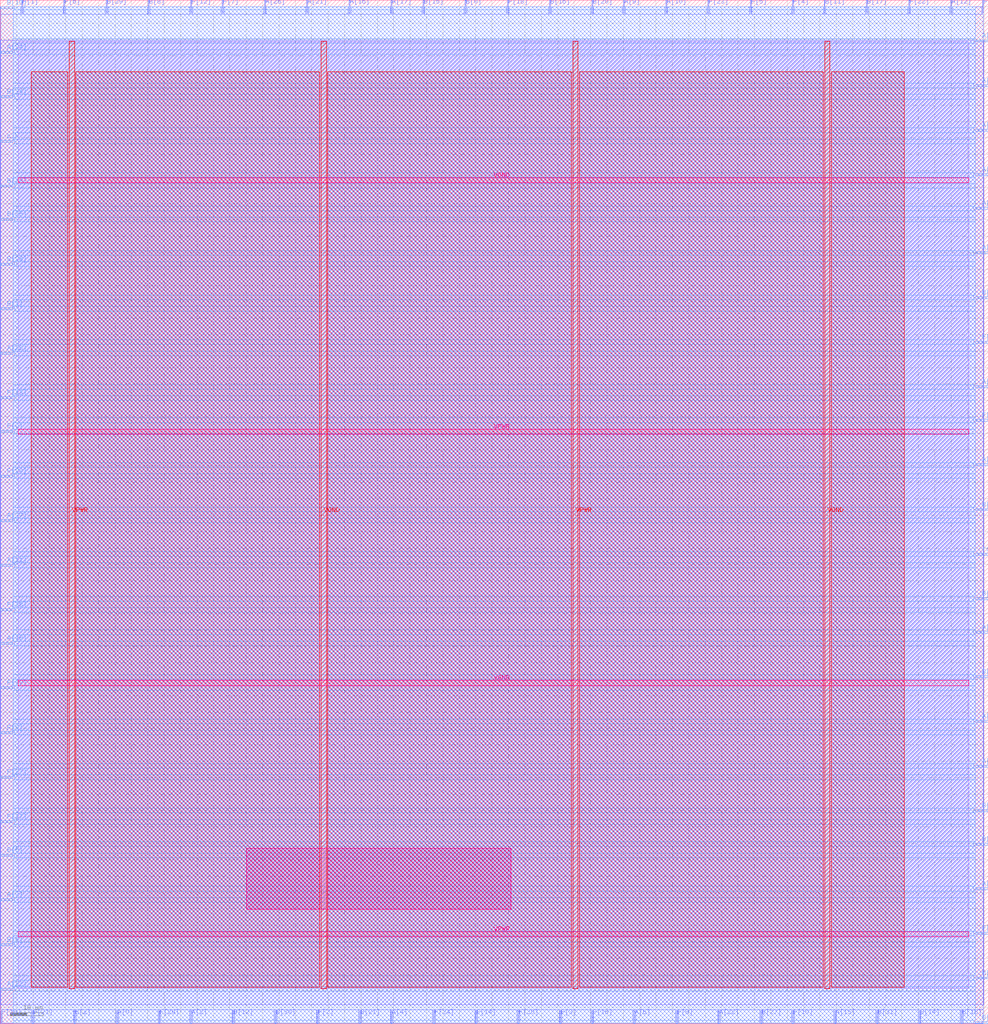
<source format=lef>
VERSION 5.7 ;
  NOWIREEXTENSIONATPIN ON ;
  DIVIDERCHAR "/" ;
  BUSBITCHARS "[]" ;
MACRO MULTI_32bit
  CLASS BLOCK ;
  FOREIGN MULTI_32bit ;
  ORIGIN 0.000 0.000 ;
  SIZE 301.290 BY 312.010 ;
  PIN A[0]
    DIRECTION INPUT ;
    USE SIGNAL ;
    PORT
      LAYER met2 ;
        RECT 35.510 0.000 35.790 4.000 ;
    END
  END A[0]
  PIN A[10]
    DIRECTION INPUT ;
    USE SIGNAL ;
    PORT
      LAYER met2 ;
        RECT 202.950 308.010 203.230 312.010 ;
    END
  END A[10]
  PIN A[11]
    DIRECTION INPUT ;
    USE SIGNAL ;
    PORT
      LAYER met3 ;
        RECT 0.000 139.440 4.000 140.040 ;
    END
  END A[11]
  PIN A[12]
    DIRECTION INPUT ;
    USE SIGNAL ;
    PORT
      LAYER met2 ;
        RECT 289.890 308.010 290.170 312.010 ;
    END
  END A[12]
  PIN A[13]
    DIRECTION INPUT ;
    USE SIGNAL ;
    PORT
      LAYER met3 ;
        RECT 297.290 258.440 301.290 259.040 ;
    END
  END A[13]
  PIN A[14]
    DIRECTION INPUT ;
    USE SIGNAL ;
    PORT
      LAYER met3 ;
        RECT 297.290 193.840 301.290 194.440 ;
    END
  END A[14]
  PIN A[15]
    DIRECTION INPUT ;
    USE SIGNAL ;
    PORT
      LAYER met2 ;
        RECT 254.470 0.000 254.750 4.000 ;
    END
  END A[15]
  PIN A[16]
    DIRECTION INPUT ;
    USE SIGNAL ;
    PORT
      LAYER met2 ;
        RECT 106.350 308.010 106.630 312.010 ;
    END
  END A[16]
  PIN A[17]
    DIRECTION INPUT ;
    USE SIGNAL ;
    PORT
      LAYER met2 ;
        RECT 119.230 308.010 119.510 312.010 ;
    END
  END A[17]
  PIN A[18]
    DIRECTION INPUT ;
    USE SIGNAL ;
    PORT
      LAYER met3 ;
        RECT 0.000 115.640 4.000 116.240 ;
    END
  END A[18]
  PIN A[19]
    DIRECTION INPUT ;
    USE SIGNAL ;
    PORT
      LAYER met3 ;
        RECT 297.290 299.240 301.290 299.840 ;
    END
  END A[19]
  PIN A[1]
    DIRECTION INPUT ;
    USE SIGNAL ;
    PORT
      LAYER met3 ;
        RECT 297.290 78.240 301.290 78.840 ;
    END
  END A[1]
  PIN A[20]
    DIRECTION INPUT ;
    USE SIGNAL ;
    PORT
      LAYER met3 ;
        RECT 297.290 248.240 301.290 248.840 ;
    END
  END A[20]
  PIN A[21]
    DIRECTION INPUT ;
    USE SIGNAL ;
    PORT
      LAYER met2 ;
        RECT 93.470 308.010 93.750 312.010 ;
    END
  END A[21]
  PIN A[22]
    DIRECTION INPUT ;
    USE SIGNAL ;
    PORT
      LAYER met2 ;
        RECT 219.050 0.000 219.330 4.000 ;
    END
  END A[22]
  PIN A[23]
    DIRECTION INPUT ;
    USE SIGNAL ;
    PORT
      LAYER met3 ;
        RECT 0.000 10.240 4.000 10.840 ;
    END
  END A[23]
  PIN A[24]
    DIRECTION INPUT ;
    USE SIGNAL ;
    PORT
      LAYER met3 ;
        RECT 0.000 295.840 4.000 296.440 ;
    END
  END A[24]
  PIN A[25]
    DIRECTION INPUT ;
    USE SIGNAL ;
    PORT
      LAYER met3 ;
        RECT 297.290 285.640 301.290 286.240 ;
    END
  END A[25]
  PIN A[26]
    DIRECTION INPUT ;
    USE SIGNAL ;
    PORT
      LAYER met2 ;
        RECT 80.590 308.010 80.870 312.010 ;
    END
  END A[26]
  PIN A[27]
    DIRECTION INPUT ;
    USE SIGNAL ;
    PORT
      LAYER met3 ;
        RECT 0.000 153.040 4.000 153.640 ;
    END
  END A[27]
  PIN A[28]
    DIRECTION INPUT ;
    USE SIGNAL ;
    PORT
      LAYER met3 ;
        RECT 0.000 204.040 4.000 204.640 ;
    END
  END A[28]
  PIN A[29]
    DIRECTION INPUT ;
    USE SIGNAL ;
    PORT
      LAYER met3 ;
        RECT 297.290 119.040 301.290 119.640 ;
    END
  END A[29]
  PIN A[2]
    DIRECTION INPUT ;
    USE SIGNAL ;
    PORT
      LAYER met2 ;
        RECT 58.050 0.000 58.330 4.000 ;
    END
  END A[2]
  PIN A[30]
    DIRECTION INPUT ;
    USE SIGNAL ;
    PORT
      LAYER met3 ;
        RECT 297.290 170.040 301.290 170.640 ;
    END
  END A[30]
  PIN A[31]
    DIRECTION INPUT ;
    USE SIGNAL ;
    PORT
      LAYER met3 ;
        RECT 297.290 91.840 301.290 92.440 ;
    END
  END A[31]
  PIN A[3]
    DIRECTION INPUT ;
    USE SIGNAL ;
    PORT
      LAYER met3 ;
        RECT 0.000 37.440 4.000 38.040 ;
    END
  END A[3]
  PIN A[4]
    DIRECTION INPUT ;
    USE SIGNAL ;
    PORT
      LAYER met2 ;
        RECT 119.230 0.000 119.510 4.000 ;
    END
  END A[4]
  PIN A[5]
    DIRECTION INPUT ;
    USE SIGNAL ;
    PORT
      LAYER met3 ;
        RECT 297.290 234.640 301.290 235.240 ;
    END
  END A[5]
  PIN A[6]
    DIRECTION INPUT ;
    USE SIGNAL ;
    PORT
      LAYER met2 ;
        RECT 193.290 0.000 193.570 4.000 ;
    END
  END A[6]
  PIN A[7]
    DIRECTION INPUT ;
    USE SIGNAL ;
    PORT
      LAYER met3 ;
        RECT 297.290 40.840 301.290 41.440 ;
    END
  END A[7]
  PIN A[8]
    DIRECTION INPUT ;
    USE SIGNAL ;
    PORT
      LAYER met3 ;
        RECT 297.290 272.040 301.290 272.640 ;
    END
  END A[8]
  PIN A[9]
    DIRECTION INPUT ;
    USE SIGNAL ;
    PORT
      LAYER met2 ;
        RECT 190.070 308.010 190.350 312.010 ;
    END
  END A[9]
  PIN B[0]
    DIRECTION INPUT ;
    USE SIGNAL ;
    PORT
      LAYER met2 ;
        RECT 141.770 308.010 142.050 312.010 ;
    END
  END B[0]
  PIN B[10]
    DIRECTION INPUT ;
    USE SIGNAL ;
    PORT
      LAYER met3 ;
        RECT 0.000 309.440 4.000 310.040 ;
    END
  END B[10]
  PIN B[11]
    DIRECTION INPUT ;
    USE SIGNAL ;
    PORT
      LAYER met2 ;
        RECT 251.250 308.010 251.530 312.010 ;
    END
  END B[11]
  PIN B[12]
    DIRECTION INPUT ;
    USE SIGNAL ;
    PORT
      LAYER met2 ;
        RECT 70.930 0.000 71.210 4.000 ;
    END
  END B[12]
  PIN B[13]
    DIRECTION INPUT ;
    USE SIGNAL ;
    PORT
      LAYER met3 ;
        RECT 297.290 0.040 301.290 0.640 ;
    END
  END B[13]
  PIN B[14]
    DIRECTION INPUT ;
    USE SIGNAL ;
    PORT
      LAYER met2 ;
        RECT 280.230 0.000 280.510 4.000 ;
    END
  END B[14]
  PIN B[15]
    DIRECTION INPUT ;
    USE SIGNAL ;
    PORT
      LAYER met2 ;
        RECT 128.890 308.010 129.170 312.010 ;
    END
  END B[15]
  PIN B[16]
    DIRECTION INPUT ;
    USE SIGNAL ;
    PORT
      LAYER met2 ;
        RECT 167.530 308.010 167.810 312.010 ;
    END
  END B[16]
  PIN B[17]
    DIRECTION INPUT ;
    USE SIGNAL ;
    PORT
      LAYER met2 ;
        RECT 264.130 308.010 264.410 312.010 ;
    END
  END B[17]
  PIN B[18]
    DIRECTION INPUT ;
    USE SIGNAL ;
    PORT
      LAYER met2 ;
        RECT 293.110 0.000 293.390 4.000 ;
    END
  END B[18]
  PIN B[19]
    DIRECTION INPUT ;
    USE SIGNAL ;
    PORT
      LAYER met3 ;
        RECT 297.290 221.040 301.290 221.640 ;
    END
  END B[19]
  PIN B[1]
    DIRECTION INPUT ;
    USE SIGNAL ;
    PORT
      LAYER met3 ;
        RECT 0.000 217.640 4.000 218.240 ;
    END
  END B[1]
  PIN B[20]
    DIRECTION INPUT ;
    USE SIGNAL ;
    PORT
      LAYER met2 ;
        RECT 180.410 308.010 180.690 312.010 ;
    END
  END B[20]
  PIN B[21]
    DIRECTION INPUT ;
    USE SIGNAL ;
    PORT
      LAYER met2 ;
        RECT 109.570 0.000 109.850 4.000 ;
    END
  END B[21]
  PIN B[22]
    DIRECTION INPUT ;
    USE SIGNAL ;
    PORT
      LAYER met3 ;
        RECT 297.290 54.440 301.290 55.040 ;
    END
  END B[22]
  PIN B[23]
    DIRECTION INPUT ;
    USE SIGNAL ;
    PORT
      LAYER met3 ;
        RECT 297.290 156.440 301.290 157.040 ;
    END
  END B[23]
  PIN B[24]
    DIRECTION INPUT ;
    USE SIGNAL ;
    PORT
      LAYER met3 ;
        RECT 0.000 282.240 4.000 282.840 ;
    END
  END B[24]
  PIN B[25]
    DIRECTION INPUT ;
    USE SIGNAL ;
    PORT
      LAYER met3 ;
        RECT 0.000 244.840 4.000 245.440 ;
    END
  END B[25]
  PIN B[26]
    DIRECTION INPUT ;
    USE SIGNAL ;
    PORT
      LAYER met3 ;
        RECT 0.000 231.240 4.000 231.840 ;
    END
  END B[26]
  PIN B[27]
    DIRECTION INPUT ;
    USE SIGNAL ;
    PORT
      LAYER met2 ;
        RECT 231.930 0.000 232.210 4.000 ;
    END
  END B[27]
  PIN B[28]
    DIRECTION INPUT ;
    USE SIGNAL ;
    PORT
      LAYER met3 ;
        RECT 0.000 255.040 4.000 255.640 ;
    END
  END B[28]
  PIN B[29]
    DIRECTION INPUT ;
    USE SIGNAL ;
    PORT
      LAYER met2 ;
        RECT 32.290 308.010 32.570 312.010 ;
    END
  END B[29]
  PIN B[2]
    DIRECTION INPUT ;
    USE SIGNAL ;
    PORT
      LAYER met2 ;
        RECT 22.630 0.000 22.910 4.000 ;
    END
  END B[2]
  PIN B[30]
    DIRECTION INPUT ;
    USE SIGNAL ;
    PORT
      LAYER met2 ;
        RECT 83.810 0.000 84.090 4.000 ;
    END
  END B[30]
  PIN B[31]
    DIRECTION INPUT ;
    USE SIGNAL ;
    PORT
      LAYER met2 ;
        RECT 267.350 0.000 267.630 4.000 ;
    END
  END B[31]
  PIN B[3]
    DIRECTION INPUT ;
    USE SIGNAL ;
    PORT
      LAYER met3 ;
        RECT 297.290 129.240 301.290 129.840 ;
    END
  END B[3]
  PIN B[4]
    DIRECTION INPUT ;
    USE SIGNAL ;
    PORT
      LAYER met3 ;
        RECT 297.290 64.640 301.290 65.240 ;
    END
  END B[4]
  PIN B[5]
    DIRECTION INPUT ;
    USE SIGNAL ;
    PORT
      LAYER met3 ;
        RECT 0.000 51.040 4.000 51.640 ;
    END
  END B[5]
  PIN B[6]
    DIRECTION INPUT ;
    USE SIGNAL ;
    PORT
      LAYER met3 ;
        RECT 0.000 23.840 4.000 24.440 ;
    END
  END B[6]
  PIN B[7]
    DIRECTION INPUT ;
    USE SIGNAL ;
    PORT
      LAYER met3 ;
        RECT 297.290 13.640 301.290 14.240 ;
    END
  END B[7]
  PIN B[8]
    DIRECTION INPUT ;
    USE SIGNAL ;
    PORT
      LAYER met2 ;
        RECT 45.170 308.010 45.450 312.010 ;
    END
  END B[8]
  PIN B[9]
    DIRECTION INPUT ;
    USE SIGNAL ;
    PORT
      LAYER met3 ;
        RECT 297.290 105.440 301.290 106.040 ;
    END
  END B[9]
  PIN F[0]
    DIRECTION OUTPUT TRISTATE ;
    USE SIGNAL ;
    PORT
      LAYER met3 ;
        RECT 0.000 180.240 4.000 180.840 ;
    END
  END F[0]
  PIN F[10]
    DIRECTION OUTPUT TRISTATE ;
    USE SIGNAL ;
    PORT
      LAYER met2 ;
        RECT 241.590 0.000 241.870 4.000 ;
    END
  END F[10]
  PIN F[11]
    DIRECTION OUTPUT TRISTATE ;
    USE SIGNAL ;
    PORT
      LAYER met3 ;
        RECT 297.290 207.440 301.290 208.040 ;
    END
  END F[11]
  PIN F[12]
    DIRECTION OUTPUT TRISTATE ;
    USE SIGNAL ;
    PORT
      LAYER met2 ;
        RECT 58.050 308.010 58.330 312.010 ;
    END
  END F[12]
  PIN F[13]
    DIRECTION OUTPUT TRISTATE ;
    USE SIGNAL ;
    PORT
      LAYER met3 ;
        RECT 0.000 190.440 4.000 191.040 ;
    END
  END F[13]
  PIN F[14]
    DIRECTION OUTPUT TRISTATE ;
    USE SIGNAL ;
    PORT
      LAYER met2 ;
        RECT 144.990 0.000 145.270 4.000 ;
    END
  END F[14]
  PIN F[15]
    DIRECTION OUTPUT TRISTATE ;
    USE SIGNAL ;
    PORT
      LAYER met2 ;
        RECT 0.090 0.000 0.370 4.000 ;
    END
  END F[15]
  PIN F[16]
    DIRECTION OUTPUT TRISTATE ;
    USE SIGNAL ;
    PORT
      LAYER met2 ;
        RECT 180.410 0.000 180.690 4.000 ;
    END
  END F[16]
  PIN F[17]
    DIRECTION OUTPUT TRISTATE ;
    USE SIGNAL ;
    PORT
      LAYER met3 ;
        RECT 0.000 61.240 4.000 61.840 ;
    END
  END F[17]
  PIN F[18]
    DIRECTION OUTPUT TRISTATE ;
    USE SIGNAL ;
    PORT
      LAYER met2 ;
        RECT 154.650 308.010 154.930 312.010 ;
    END
  END F[18]
  PIN F[19]
    DIRECTION OUTPUT TRISTATE ;
    USE SIGNAL ;
    PORT
      LAYER met3 ;
        RECT 0.000 102.040 4.000 102.640 ;
    END
  END F[19]
  PIN F[1]
    DIRECTION OUTPUT TRISTATE ;
    USE SIGNAL ;
    PORT
      LAYER met2 ;
        RECT 6.530 308.010 6.810 312.010 ;
    END
  END F[1]
  PIN F[20]
    DIRECTION OUTPUT TRISTATE ;
    USE SIGNAL ;
    PORT
      LAYER met3 ;
        RECT 0.000 166.640 4.000 167.240 ;
    END
  END F[20]
  PIN F[21]
    DIRECTION OUTPUT TRISTATE ;
    USE SIGNAL ;
    PORT
      LAYER met2 ;
        RECT 9.750 0.000 10.030 4.000 ;
    END
  END F[21]
  PIN F[22]
    DIRECTION OUTPUT TRISTATE ;
    USE SIGNAL ;
    PORT
      LAYER met2 ;
        RECT 277.010 308.010 277.290 312.010 ;
    END
  END F[22]
  PIN F[23]
    DIRECTION OUTPUT TRISTATE ;
    USE SIGNAL ;
    PORT
      LAYER met2 ;
        RECT 215.830 308.010 216.110 312.010 ;
    END
  END F[23]
  PIN F[24]
    DIRECTION OUTPUT TRISTATE ;
    USE SIGNAL ;
    PORT
      LAYER met2 ;
        RECT 132.110 0.000 132.390 4.000 ;
    END
  END F[24]
  PIN F[25]
    DIRECTION OUTPUT TRISTATE ;
    USE SIGNAL ;
    PORT
      LAYER met2 ;
        RECT 299.550 308.010 299.830 312.010 ;
    END
  END F[25]
  PIN F[26]
    DIRECTION OUTPUT TRISTATE ;
    USE SIGNAL ;
    PORT
      LAYER met3 ;
        RECT 297.290 27.240 301.290 27.840 ;
    END
  END F[26]
  PIN F[27]
    DIRECTION OUTPUT TRISTATE ;
    USE SIGNAL ;
    PORT
      LAYER met3 ;
        RECT 0.000 74.840 4.000 75.440 ;
    END
  END F[27]
  PIN F[28]
    DIRECTION OUTPUT TRISTATE ;
    USE SIGNAL ;
    PORT
      LAYER met3 ;
        RECT 0.000 125.840 4.000 126.440 ;
    END
  END F[28]
  PIN F[29]
    DIRECTION OUTPUT TRISTATE ;
    USE SIGNAL ;
    PORT
      LAYER met2 ;
        RECT 48.390 0.000 48.670 4.000 ;
    END
  END F[29]
  PIN F[2]
    DIRECTION OUTPUT TRISTATE ;
    USE SIGNAL ;
    PORT
      LAYER met2 ;
        RECT 96.690 0.000 96.970 4.000 ;
    END
  END F[2]
  PIN F[30]
    DIRECTION OUTPUT TRISTATE ;
    USE SIGNAL ;
    PORT
      LAYER met2 ;
        RECT 157.870 0.000 158.150 4.000 ;
    END
  END F[30]
  PIN F[31]
    DIRECTION OUTPUT TRISTATE ;
    USE SIGNAL ;
    PORT
      LAYER met3 ;
        RECT 297.290 183.640 301.290 184.240 ;
    END
  END F[31]
  PIN F[3]
    DIRECTION OUTPUT TRISTATE ;
    USE SIGNAL ;
    PORT
      LAYER met2 ;
        RECT 170.750 0.000 171.030 4.000 ;
    END
  END F[3]
  PIN F[4]
    DIRECTION OUTPUT TRISTATE ;
    USE SIGNAL ;
    PORT
      LAYER met2 ;
        RECT 241.590 308.010 241.870 312.010 ;
    END
  END F[4]
  PIN F[5]
    DIRECTION OUTPUT TRISTATE ;
    USE SIGNAL ;
    PORT
      LAYER met2 ;
        RECT 228.710 308.010 228.990 312.010 ;
    END
  END F[5]
  PIN F[6]
    DIRECTION OUTPUT TRISTATE ;
    USE SIGNAL ;
    PORT
      LAYER met2 ;
        RECT 19.410 308.010 19.690 312.010 ;
    END
  END F[6]
  PIN F[7]
    DIRECTION OUTPUT TRISTATE ;
    USE SIGNAL ;
    PORT
      LAYER met2 ;
        RECT 67.710 308.010 67.990 312.010 ;
    END
  END F[7]
  PIN F[8]
    DIRECTION OUTPUT TRISTATE ;
    USE SIGNAL ;
    PORT
      LAYER met2 ;
        RECT 206.170 0.000 206.450 4.000 ;
    END
  END F[8]
  PIN F[9]
    DIRECTION OUTPUT TRISTATE ;
    USE SIGNAL ;
    PORT
      LAYER met3 ;
        RECT 0.000 88.440 4.000 89.040 ;
    END
  END F[9]
  PIN VGND
    DIRECTION INPUT ;
    USE GROUND ;
    PORT
      LAYER met5 ;
        RECT 5.520 103.080 295.320 104.680 ;
    END
    PORT
      LAYER met5 ;
        RECT 5.520 256.260 295.320 257.860 ;
    END
    PORT
      LAYER met4 ;
        RECT 97.840 10.640 99.440 299.440 ;
    END
    PORT
      LAYER met4 ;
        RECT 251.440 10.640 253.040 299.440 ;
    END
  END VGND
  PIN VPWR
    DIRECTION INPUT ;
    USE POWER ;
    PORT
      LAYER met5 ;
        RECT 5.520 26.490 295.320 28.090 ;
    END
    PORT
      LAYER met5 ;
        RECT 5.520 179.670 295.320 181.270 ;
    END
    PORT
      LAYER met4 ;
        RECT 21.040 10.640 22.640 299.440 ;
    END
    PORT
      LAYER met4 ;
        RECT 174.640 10.640 176.240 299.440 ;
    END
  END VPWR
  PIN clk
    DIRECTION INPUT ;
    USE SIGNAL ;
    PORT
      LAYER met3 ;
        RECT 0.000 268.640 4.000 269.240 ;
    END
  END clk
  PIN rst
    DIRECTION INPUT ;
    USE SIGNAL ;
    PORT
      LAYER met3 ;
        RECT 297.290 142.840 301.290 143.440 ;
    END
  END rst
  OBS
      LAYER li1 ;
        RECT 5.520 10.795 295.320 299.285 ;
      LAYER met1 ;
        RECT 0.070 5.820 299.850 299.840 ;
      LAYER met2 ;
        RECT 0.100 307.730 6.250 309.925 ;
        RECT 7.090 307.730 19.130 309.925 ;
        RECT 19.970 307.730 32.010 309.925 ;
        RECT 32.850 307.730 44.890 309.925 ;
        RECT 45.730 307.730 57.770 309.925 ;
        RECT 58.610 307.730 67.430 309.925 ;
        RECT 68.270 307.730 80.310 309.925 ;
        RECT 81.150 307.730 93.190 309.925 ;
        RECT 94.030 307.730 106.070 309.925 ;
        RECT 106.910 307.730 118.950 309.925 ;
        RECT 119.790 307.730 128.610 309.925 ;
        RECT 129.450 307.730 141.490 309.925 ;
        RECT 142.330 307.730 154.370 309.925 ;
        RECT 155.210 307.730 167.250 309.925 ;
        RECT 168.090 307.730 180.130 309.925 ;
        RECT 180.970 307.730 189.790 309.925 ;
        RECT 190.630 307.730 202.670 309.925 ;
        RECT 203.510 307.730 215.550 309.925 ;
        RECT 216.390 307.730 228.430 309.925 ;
        RECT 229.270 307.730 241.310 309.925 ;
        RECT 242.150 307.730 250.970 309.925 ;
        RECT 251.810 307.730 263.850 309.925 ;
        RECT 264.690 307.730 276.730 309.925 ;
        RECT 277.570 307.730 289.610 309.925 ;
        RECT 290.450 307.730 299.270 309.925 ;
        RECT 0.100 4.280 299.820 307.730 ;
        RECT 0.650 0.155 9.470 4.280 ;
        RECT 10.310 0.155 22.350 4.280 ;
        RECT 23.190 0.155 35.230 4.280 ;
        RECT 36.070 0.155 48.110 4.280 ;
        RECT 48.950 0.155 57.770 4.280 ;
        RECT 58.610 0.155 70.650 4.280 ;
        RECT 71.490 0.155 83.530 4.280 ;
        RECT 84.370 0.155 96.410 4.280 ;
        RECT 97.250 0.155 109.290 4.280 ;
        RECT 110.130 0.155 118.950 4.280 ;
        RECT 119.790 0.155 131.830 4.280 ;
        RECT 132.670 0.155 144.710 4.280 ;
        RECT 145.550 0.155 157.590 4.280 ;
        RECT 158.430 0.155 170.470 4.280 ;
        RECT 171.310 0.155 180.130 4.280 ;
        RECT 180.970 0.155 193.010 4.280 ;
        RECT 193.850 0.155 205.890 4.280 ;
        RECT 206.730 0.155 218.770 4.280 ;
        RECT 219.610 0.155 231.650 4.280 ;
        RECT 232.490 0.155 241.310 4.280 ;
        RECT 242.150 0.155 254.190 4.280 ;
        RECT 255.030 0.155 267.070 4.280 ;
        RECT 267.910 0.155 279.950 4.280 ;
        RECT 280.790 0.155 292.830 4.280 ;
        RECT 293.670 0.155 299.820 4.280 ;
      LAYER met3 ;
        RECT 4.400 309.040 297.290 309.905 ;
        RECT 4.000 300.240 297.290 309.040 ;
        RECT 4.000 298.840 296.890 300.240 ;
        RECT 4.000 296.840 297.290 298.840 ;
        RECT 4.400 295.440 297.290 296.840 ;
        RECT 4.000 286.640 297.290 295.440 ;
        RECT 4.000 285.240 296.890 286.640 ;
        RECT 4.000 283.240 297.290 285.240 ;
        RECT 4.400 281.840 297.290 283.240 ;
        RECT 4.000 273.040 297.290 281.840 ;
        RECT 4.000 271.640 296.890 273.040 ;
        RECT 4.000 269.640 297.290 271.640 ;
        RECT 4.400 268.240 297.290 269.640 ;
        RECT 4.000 259.440 297.290 268.240 ;
        RECT 4.000 258.040 296.890 259.440 ;
        RECT 4.000 256.040 297.290 258.040 ;
        RECT 4.400 254.640 297.290 256.040 ;
        RECT 4.000 249.240 297.290 254.640 ;
        RECT 4.000 247.840 296.890 249.240 ;
        RECT 4.000 245.840 297.290 247.840 ;
        RECT 4.400 244.440 297.290 245.840 ;
        RECT 4.000 235.640 297.290 244.440 ;
        RECT 4.000 234.240 296.890 235.640 ;
        RECT 4.000 232.240 297.290 234.240 ;
        RECT 4.400 230.840 297.290 232.240 ;
        RECT 4.000 222.040 297.290 230.840 ;
        RECT 4.000 220.640 296.890 222.040 ;
        RECT 4.000 218.640 297.290 220.640 ;
        RECT 4.400 217.240 297.290 218.640 ;
        RECT 4.000 208.440 297.290 217.240 ;
        RECT 4.000 207.040 296.890 208.440 ;
        RECT 4.000 205.040 297.290 207.040 ;
        RECT 4.400 203.640 297.290 205.040 ;
        RECT 4.000 194.840 297.290 203.640 ;
        RECT 4.000 193.440 296.890 194.840 ;
        RECT 4.000 191.440 297.290 193.440 ;
        RECT 4.400 190.040 297.290 191.440 ;
        RECT 4.000 184.640 297.290 190.040 ;
        RECT 4.000 183.240 296.890 184.640 ;
        RECT 4.000 181.240 297.290 183.240 ;
        RECT 4.400 179.840 297.290 181.240 ;
        RECT 4.000 171.040 297.290 179.840 ;
        RECT 4.000 169.640 296.890 171.040 ;
        RECT 4.000 167.640 297.290 169.640 ;
        RECT 4.400 166.240 297.290 167.640 ;
        RECT 4.000 157.440 297.290 166.240 ;
        RECT 4.000 156.040 296.890 157.440 ;
        RECT 4.000 154.040 297.290 156.040 ;
        RECT 4.400 152.640 297.290 154.040 ;
        RECT 4.000 143.840 297.290 152.640 ;
        RECT 4.000 142.440 296.890 143.840 ;
        RECT 4.000 140.440 297.290 142.440 ;
        RECT 4.400 139.040 297.290 140.440 ;
        RECT 4.000 130.240 297.290 139.040 ;
        RECT 4.000 128.840 296.890 130.240 ;
        RECT 4.000 126.840 297.290 128.840 ;
        RECT 4.400 125.440 297.290 126.840 ;
        RECT 4.000 120.040 297.290 125.440 ;
        RECT 4.000 118.640 296.890 120.040 ;
        RECT 4.000 116.640 297.290 118.640 ;
        RECT 4.400 115.240 297.290 116.640 ;
        RECT 4.000 106.440 297.290 115.240 ;
        RECT 4.000 105.040 296.890 106.440 ;
        RECT 4.000 103.040 297.290 105.040 ;
        RECT 4.400 101.640 297.290 103.040 ;
        RECT 4.000 92.840 297.290 101.640 ;
        RECT 4.000 91.440 296.890 92.840 ;
        RECT 4.000 89.440 297.290 91.440 ;
        RECT 4.400 88.040 297.290 89.440 ;
        RECT 4.000 79.240 297.290 88.040 ;
        RECT 4.000 77.840 296.890 79.240 ;
        RECT 4.000 75.840 297.290 77.840 ;
        RECT 4.400 74.440 297.290 75.840 ;
        RECT 4.000 65.640 297.290 74.440 ;
        RECT 4.000 64.240 296.890 65.640 ;
        RECT 4.000 62.240 297.290 64.240 ;
        RECT 4.400 60.840 297.290 62.240 ;
        RECT 4.000 55.440 297.290 60.840 ;
        RECT 4.000 54.040 296.890 55.440 ;
        RECT 4.000 52.040 297.290 54.040 ;
        RECT 4.400 50.640 297.290 52.040 ;
        RECT 4.000 41.840 297.290 50.640 ;
        RECT 4.000 40.440 296.890 41.840 ;
        RECT 4.000 38.440 297.290 40.440 ;
        RECT 4.400 37.040 297.290 38.440 ;
        RECT 4.000 28.240 297.290 37.040 ;
        RECT 4.000 26.840 296.890 28.240 ;
        RECT 4.000 24.840 297.290 26.840 ;
        RECT 4.400 23.440 297.290 24.840 ;
        RECT 4.000 14.640 297.290 23.440 ;
        RECT 4.000 13.240 296.890 14.640 ;
        RECT 4.000 11.240 297.290 13.240 ;
        RECT 4.400 9.840 297.290 11.240 ;
        RECT 4.000 1.040 297.290 9.840 ;
        RECT 4.000 0.175 296.890 1.040 ;
      LAYER met4 ;
        RECT 9.495 11.055 20.640 290.185 ;
        RECT 23.040 11.055 97.440 290.185 ;
        RECT 99.840 11.055 174.240 290.185 ;
        RECT 176.640 11.055 251.040 290.185 ;
        RECT 253.440 11.055 275.705 290.185 ;
      LAYER met5 ;
        RECT 75.100 34.900 155.820 53.500 ;
  END
END MULTI_32bit
END LIBRARY


</source>
